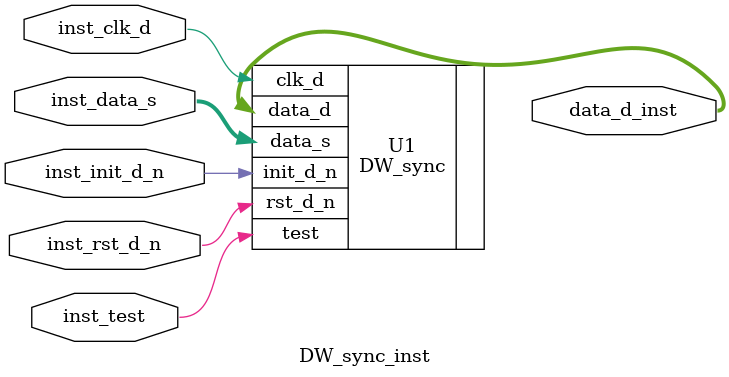
<source format=v>
module DW_sync_inst( inst_clk_d, inst_rst_d_n, inst_init_d_n, inst_data_s, inst_test, data_d_inst );

parameter width = 8;
parameter f_sync_type = 2;
parameter tst_mode = 0;
parameter verif_en = 1;


input inst_clk_d;
input inst_rst_d_n;
input inst_init_d_n;
input [width-1 : 0] inst_data_s;
input inst_test;
output [width-1 : 0] data_d_inst;

    // Instance of DW_sync
    DW_sync #(width, f_sync_type, tst_mode, verif_en)
          U1 ( .clk_d(inst_clk_d), .rst_d_n(inst_rst_d_n), .init_d_n(inst_init_d_n), .data_s(inst_data_s), .test(inst_test), .data_d(data_d_inst) );

endmodule


</source>
